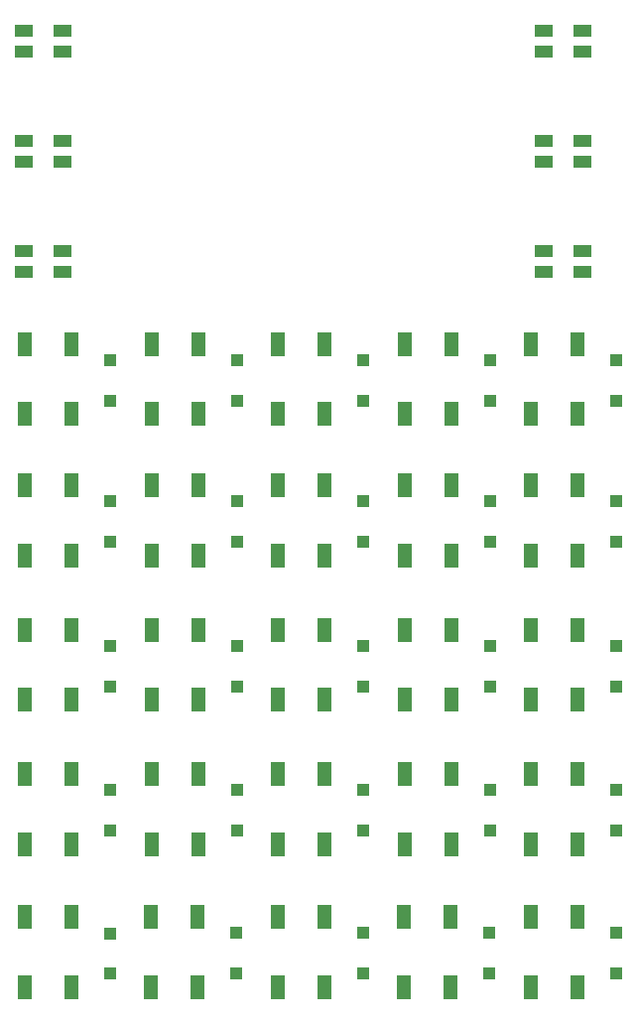
<source format=gtp>
G04 Layer: TopPasteMaskLayer*
G04 EasyEDA v6.5.22, 2022-11-13 20:13:56*
G04 b6ff6bc9bab445359ce0fdefb00da0e9,a2731e2ff01b41edbee4f831c5fec297,10*
G04 Gerber Generator version 0.2*
G04 Scale: 100 percent, Rotated: No, Reflected: No *
G04 Dimensions in millimeters *
G04 leading zeros omitted , absolute positions ,4 integer and 5 decimal *
%FSLAX45Y45*%
%MOMM*%

%ADD10R,1.0000X1.1000*%
%ADD11R,1.5450X0.9970*%
%ADD12R,1.2000X2.1000*%

%LPD*%
D10*
G01*
X1422400Y2036292D03*
G01*
X1422400Y2383281D03*
G01*
X2501900Y2036292D03*
G01*
X2501900Y2383281D03*
G01*
X3581400Y2036292D03*
G01*
X3581400Y2383281D03*
G01*
X4660900Y2036292D03*
G01*
X4660900Y2383281D03*
G01*
X5740400Y2036292D03*
G01*
X5740400Y2383281D03*
G01*
X1421790Y814831D03*
G01*
X1421790Y1161821D03*
G01*
X2497912Y816635D03*
G01*
X2497912Y1163624D03*
G01*
X3577412Y816635D03*
G01*
X3577412Y1163624D03*
G01*
X4656912Y816635D03*
G01*
X4656912Y1163624D03*
G01*
X5736412Y816635D03*
G01*
X5736412Y1163624D03*
G01*
X5740400Y3268192D03*
G01*
X5740400Y3615181D03*
G01*
X2501900Y5706592D03*
G01*
X2501900Y6053581D03*
G01*
X3581400Y5706592D03*
G01*
X3581400Y6053581D03*
G01*
X4660900Y5706592D03*
G01*
X4660900Y6053581D03*
G01*
X5740400Y5706592D03*
G01*
X5740400Y6053581D03*
G01*
X1422400Y4500092D03*
G01*
X1422400Y4847081D03*
G01*
X2501900Y4500092D03*
G01*
X2501900Y4847081D03*
G01*
X3581400Y4500092D03*
G01*
X3581400Y4847081D03*
G01*
X4660900Y4500092D03*
G01*
X4660900Y4847081D03*
G01*
X5740400Y4500092D03*
G01*
X5740400Y4847081D03*
G01*
X1422400Y3268192D03*
G01*
X1422400Y3615181D03*
G01*
X2501900Y3268192D03*
G01*
X2501900Y3615181D03*
G01*
X3581400Y3268192D03*
G01*
X3581400Y3615181D03*
G01*
X4660900Y3268192D03*
G01*
X4660900Y3615181D03*
G01*
X1422400Y5706592D03*
G01*
X1422400Y6053581D03*
D11*
G01*
X687146Y7924901D03*
G01*
X687146Y7746898D03*
G01*
X1014653Y7746898D03*
G01*
X1014653Y7924901D03*
G01*
X687146Y6985101D03*
G01*
X687146Y6807098D03*
G01*
X1014653Y6807098D03*
G01*
X1014653Y6985101D03*
G01*
X5119446Y6985101D03*
G01*
X5119446Y6807098D03*
G01*
X5446953Y6807098D03*
G01*
X5446953Y6985101D03*
G01*
X5119446Y7924901D03*
G01*
X5119446Y7746898D03*
G01*
X5446953Y7746898D03*
G01*
X5446953Y7924901D03*
G01*
X5119446Y8864701D03*
G01*
X5119446Y8686698D03*
G01*
X5446953Y8686698D03*
G01*
X5446953Y8864701D03*
G01*
X687146Y8864701D03*
G01*
X687146Y8686698D03*
G01*
X1014653Y8686698D03*
G01*
X1014653Y8864701D03*
D12*
G01*
X5010810Y4383760D03*
G01*
X5010810Y4983759D03*
G01*
X5410809Y4383760D03*
G01*
X5410809Y4983759D03*
G01*
X3931310Y4383760D03*
G01*
X3931310Y4983759D03*
G01*
X4331309Y4383760D03*
G01*
X4331309Y4983759D03*
G01*
X2851810Y4383760D03*
G01*
X2851810Y4983759D03*
G01*
X3251809Y4383760D03*
G01*
X3251809Y4983759D03*
G01*
X1772310Y4383760D03*
G01*
X1772310Y4983759D03*
G01*
X2172309Y4383760D03*
G01*
X2172309Y4983759D03*
G01*
X692810Y4383760D03*
G01*
X692810Y4983759D03*
G01*
X1092809Y4383760D03*
G01*
X1092809Y4983759D03*
G01*
X692810Y5590260D03*
G01*
X692810Y6190259D03*
G01*
X1092809Y5590260D03*
G01*
X1092809Y6190259D03*
G01*
X1772310Y5590260D03*
G01*
X1772310Y6190259D03*
G01*
X2172309Y5590260D03*
G01*
X2172309Y6190259D03*
G01*
X2851810Y5590260D03*
G01*
X2851810Y6190259D03*
G01*
X3251809Y5590260D03*
G01*
X3251809Y6190259D03*
G01*
X3931310Y5590260D03*
G01*
X3931310Y6190259D03*
G01*
X4331309Y5590260D03*
G01*
X4331309Y6190259D03*
G01*
X5010810Y5590260D03*
G01*
X5010810Y6190259D03*
G01*
X5410809Y5590260D03*
G01*
X5410809Y6190259D03*
G01*
X692810Y3151860D03*
G01*
X692810Y3751859D03*
G01*
X1092809Y3151860D03*
G01*
X1092809Y3751859D03*
G01*
X1772310Y3151860D03*
G01*
X1772310Y3751859D03*
G01*
X2172309Y3151860D03*
G01*
X2172309Y3751859D03*
G01*
X2851810Y3151860D03*
G01*
X2851810Y3751859D03*
G01*
X3251809Y3151860D03*
G01*
X3251809Y3751859D03*
G01*
X3931310Y3151860D03*
G01*
X3931310Y3751859D03*
G01*
X4331309Y3151860D03*
G01*
X4331309Y3751859D03*
G01*
X5010810Y3151860D03*
G01*
X5010810Y3751859D03*
G01*
X5410809Y3151860D03*
G01*
X5410809Y3751859D03*
G01*
X692810Y1919960D03*
G01*
X692810Y2519959D03*
G01*
X1092809Y1919960D03*
G01*
X1092809Y2519959D03*
G01*
X1772310Y1919960D03*
G01*
X1772310Y2519959D03*
G01*
X2172309Y1919960D03*
G01*
X2172309Y2519959D03*
G01*
X2851810Y1919960D03*
G01*
X2851810Y2519959D03*
G01*
X3251809Y1919960D03*
G01*
X3251809Y2519959D03*
G01*
X3931310Y1919960D03*
G01*
X3931310Y2519959D03*
G01*
X4331309Y1919960D03*
G01*
X4331309Y2519959D03*
G01*
X5010810Y1919960D03*
G01*
X5010810Y2519959D03*
G01*
X5410809Y1919960D03*
G01*
X5410809Y2519959D03*
G01*
X688822Y700303D03*
G01*
X688822Y1300302D03*
G01*
X1088821Y700303D03*
G01*
X1088821Y1300302D03*
G01*
X1768322Y700303D03*
G01*
X1768322Y1300302D03*
G01*
X2168321Y700303D03*
G01*
X2168321Y1300302D03*
G01*
X2847822Y700303D03*
G01*
X2847822Y1300302D03*
G01*
X3247821Y700303D03*
G01*
X3247821Y1300302D03*
G01*
X3927322Y700303D03*
G01*
X3927322Y1300302D03*
G01*
X4327321Y700303D03*
G01*
X4327321Y1300302D03*
G01*
X5006822Y700303D03*
G01*
X5006822Y1300302D03*
G01*
X5406821Y700303D03*
G01*
X5406821Y1300302D03*
M02*

</source>
